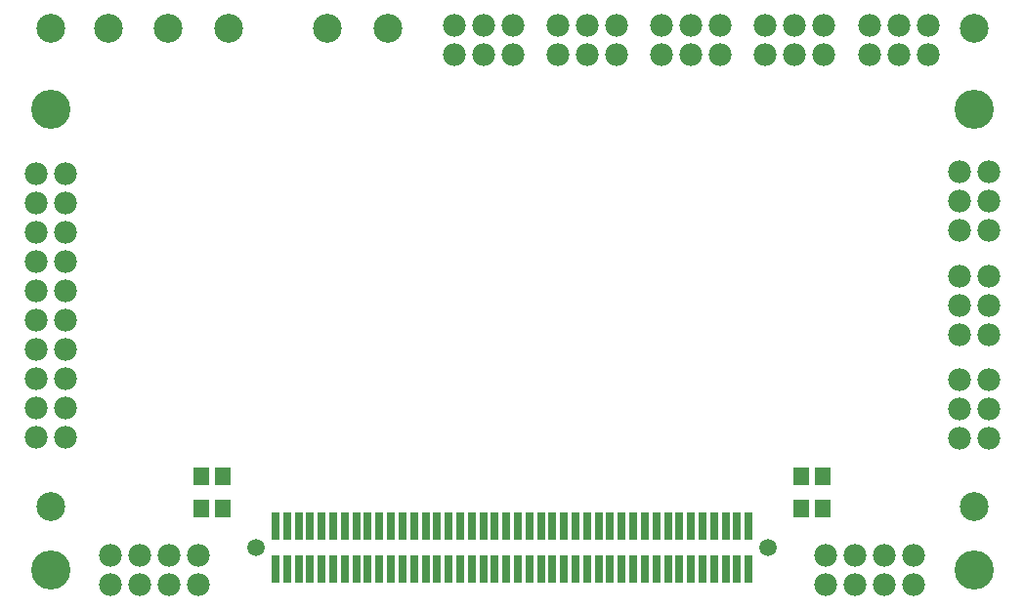
<source format=gbs>
G75*
G70*
%OFA0B0*%
%FSLAX24Y24*%
%IPPOS*%
%LPD*%
%AMOC8*
5,1,8,0,0,1.08239X$1,22.5*
%
%ADD10C,0.1339*%
%ADD11C,0.0985*%
%ADD12R,0.0552X0.0631*%
%ADD13R,0.0276X0.0946*%
%ADD14C,0.0591*%
%ADD15C,0.0780*%
D10*
X002109Y002111D03*
X002109Y017859D03*
X033605Y017859D03*
X033605Y002111D03*
D11*
X033605Y004276D03*
X033605Y020615D03*
X013605Y020615D03*
X011557Y020615D03*
X008171Y020615D03*
X006124Y020615D03*
X004077Y020615D03*
X002109Y020615D03*
X002109Y004276D03*
D12*
X007246Y004237D03*
X007994Y004237D03*
X007994Y005339D03*
X007246Y005339D03*
X027719Y005339D03*
X028467Y005339D03*
X028467Y004237D03*
X027719Y004237D03*
D13*
X025927Y003627D03*
X025534Y003627D03*
X025140Y003627D03*
X024746Y003627D03*
X024353Y003627D03*
X023959Y003627D03*
X023565Y003627D03*
X023171Y003627D03*
X022778Y003627D03*
X022384Y003627D03*
X021990Y003627D03*
X021597Y003627D03*
X021203Y003627D03*
X020809Y003627D03*
X020416Y003627D03*
X020022Y003627D03*
X019628Y003627D03*
X019234Y003627D03*
X018841Y003627D03*
X018447Y003627D03*
X018053Y003627D03*
X017660Y003627D03*
X017266Y003627D03*
X016872Y003627D03*
X016479Y003627D03*
X016085Y003627D03*
X015691Y003627D03*
X015297Y003627D03*
X014904Y003627D03*
X014510Y003627D03*
X014116Y003627D03*
X013723Y003627D03*
X013329Y003627D03*
X012935Y003627D03*
X012542Y003627D03*
X012148Y003627D03*
X011754Y003627D03*
X011360Y003627D03*
X010967Y003627D03*
X010573Y003627D03*
X010179Y003627D03*
X009786Y003627D03*
X009786Y002170D03*
X010179Y002170D03*
X010573Y002170D03*
X010967Y002170D03*
X011360Y002170D03*
X011754Y002170D03*
X012148Y002170D03*
X012542Y002170D03*
X012935Y002170D03*
X013329Y002170D03*
X013723Y002170D03*
X014116Y002170D03*
X014510Y002170D03*
X014904Y002170D03*
X015297Y002170D03*
X015691Y002170D03*
X016085Y002170D03*
X016479Y002170D03*
X016872Y002170D03*
X017266Y002170D03*
X017660Y002170D03*
X018053Y002170D03*
X018447Y002170D03*
X018841Y002170D03*
X019234Y002170D03*
X019628Y002170D03*
X020022Y002170D03*
X020416Y002170D03*
X020809Y002170D03*
X021203Y002170D03*
X021597Y002170D03*
X021990Y002170D03*
X022384Y002170D03*
X022778Y002170D03*
X023171Y002170D03*
X023565Y002170D03*
X023959Y002170D03*
X024353Y002170D03*
X024746Y002170D03*
X025140Y002170D03*
X025534Y002170D03*
X025927Y002170D03*
D14*
X026597Y002898D03*
X026597Y002898D03*
X009116Y002898D03*
X009116Y002898D03*
D15*
X007152Y002611D03*
X006152Y002611D03*
X005152Y002611D03*
X004152Y002611D03*
X004152Y001611D03*
X005152Y001611D03*
X006152Y001611D03*
X007152Y001611D03*
X002609Y006666D03*
X001609Y006666D03*
X001609Y007666D03*
X002609Y007666D03*
X002609Y008666D03*
X001609Y008666D03*
X001609Y009666D03*
X002609Y009666D03*
X002609Y010666D03*
X001609Y010666D03*
X001609Y011666D03*
X002609Y011666D03*
X002609Y012666D03*
X001609Y012666D03*
X001609Y013666D03*
X002609Y013666D03*
X002609Y014666D03*
X001609Y014666D03*
X001609Y015666D03*
X002609Y015666D03*
X015872Y019721D03*
X016872Y019721D03*
X017872Y019721D03*
X017872Y020721D03*
X016872Y020721D03*
X015872Y020721D03*
X019416Y020721D03*
X020416Y020721D03*
X021416Y020721D03*
X021416Y019721D03*
X020416Y019721D03*
X019416Y019721D03*
X022959Y019721D03*
X023959Y019721D03*
X024959Y019721D03*
X024959Y020721D03*
X023959Y020721D03*
X022959Y020721D03*
X026502Y020721D03*
X027502Y020721D03*
X028502Y020721D03*
X028502Y019721D03*
X027502Y019721D03*
X026502Y019721D03*
X030046Y019721D03*
X031046Y019721D03*
X032046Y019721D03*
X032046Y020721D03*
X031046Y020721D03*
X030046Y020721D03*
X033105Y015709D03*
X034105Y015709D03*
X034105Y014709D03*
X033105Y014709D03*
X033105Y013709D03*
X034105Y013709D03*
X034105Y012166D03*
X033105Y012166D03*
X033105Y011166D03*
X034105Y011166D03*
X034105Y010166D03*
X033105Y010166D03*
X033105Y008623D03*
X034105Y008623D03*
X034105Y007623D03*
X033105Y007623D03*
X033105Y006623D03*
X034105Y006623D03*
X031561Y002611D03*
X030561Y002611D03*
X029561Y002611D03*
X028561Y002611D03*
X028561Y001611D03*
X029561Y001611D03*
X030561Y001611D03*
X031561Y001611D03*
M02*

</source>
